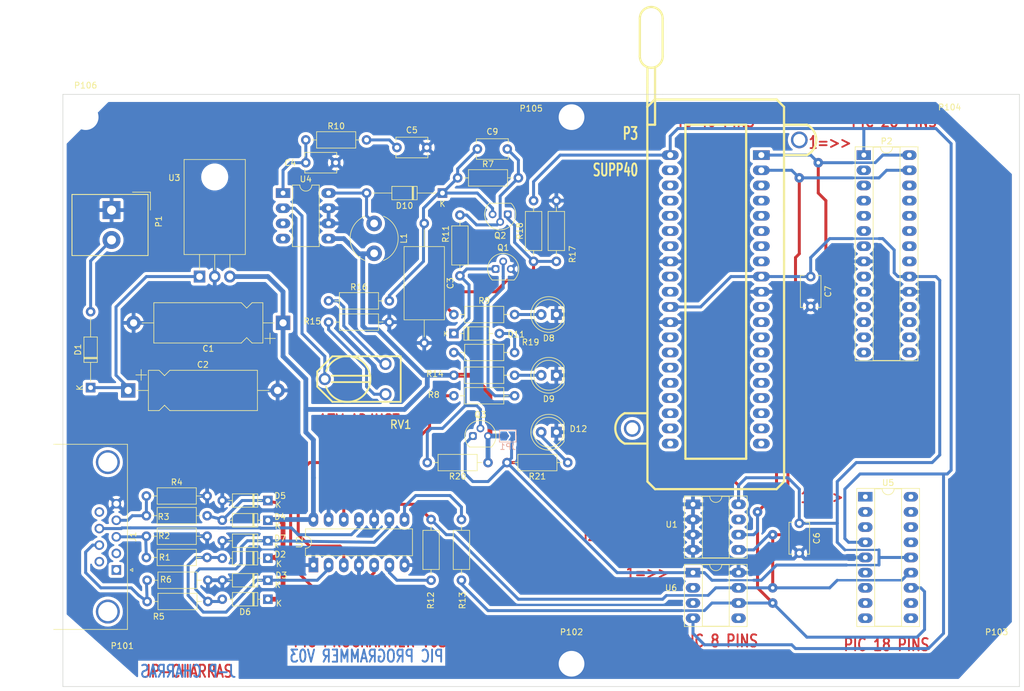
<source format=kicad_pcb>
(kicad_pcb (version 20231007) (generator pcbnew)
  (title_block (title "SERIAL PIC PROGRAMMER"))
  (layers (0 "F.Cu" signal "top_layer") (31 "B.Cu" signal "bottom_layer") (34 "B.Paste" user) (35 "F.Paste" user) (36 "B.SilkS" user "B.Silkscreen") (37 "F.SilkS" user "F.Silkscreen") (38 "B.Mask" user) (39 "F.Mask" user) (44 "Edge.Cuts" user))
  (net 0 "")
  (net 1 "/PC-CLOCK-OUT")
  (net 2 "GND")
  (net 3 "Net-(D1-K)")
  (net 4 "Net-(U4-Vc)")
  (net 5 "Net-(C5-Pad1)")
  (net 6 "Net-(Q2-B)")
  (net 7 "Net-(D1-A)")
  (net 8 "Net-(D2-A)")
  (net 9 "Net-(D4-A)")
  (net 10 "Net-(D6-A)")
  (net 11 "Net-(R12-Pad1)")
  (net 12 "Net-(R13-Pad1)")
  (net 13 "Net-(R15-Pad1)")
  (net 14 "Net-(R16-Pad1)")
  (net 15 "Net-(R8-Pad1)")
  (net 16 "Net-(D8-A)")
  (net 17 "VCC")
  (net 18 "VPP")
  (net 19 "Net-(D9-A)")
  (net 20 "Net-(D10-A)")
  (net 21 "Net-(D11-A)")
  (net 22 "Net-(D11-K)")
  (net 23 "Net-(D12-A)")
  (net 24 "/pic_sockets/VCC_PIC")
  (net 25 "/CLOCK-RB6")
  (net 26 "/DATA-RB7")
  (net 29 "Net-(Q1-B)")
  (net 31 "/PC-DATA-IN")
  (net 32 "/PC-DATA-OUT")
  (net 33 "/VPP_ON")
  (net 34 "Net-(Q2-C)")
  (net 36 "Net-(Q3-B)")
  (net 37 "Net-(U4-FB+)")
  (net 38 "/VPP{slash}MCLR")
  (footprint "Capacitor_THT:CP_Axial_L18.0mm_D6.5mm_P25.00mm_Horizontal" (layer "F.Cu") (at 110.49 78.867 180)
    (property "Reference" "C1")
    (property "Value" "100µF")
  )
  (footprint "Capacitor_THT:CP_Axial_L18.0mm_D6.5mm_P25.00mm_Horizontal" (layer "F.Cu") (at 84.582 90.17)
    (property "Reference" "C2")
    (property "Value" "220uF")
  )
  (footprint "MountingHole:MountingHole_4.3mm_M4" (layer "F.Cu") (at 77.47 135.89)
    (property "Reference" "P101")
    (property "Value" "CONN_1")
  )
  (footprint "MountingHole:MountingHole_4.3mm_M4" (layer "F.Cu") (at 158.75 135.89)
    (property "Reference" "P102")
    (property "Value" "CONN_1")
  )
  (footprint "MountingHole:MountingHole_4.3mm_M4" (layer "F.Cu") (at 229.87 135.89)
    (property "Reference" "P103")
    (property "Value" "CONN_1")
  )
  (footprint "MountingHole:MountingHole_4.3mm_M4" (layer "F.Cu") (at 229.87 44.45)
    (property "Reference" "P104")
    (property "Value" "CONN_1")
  )
  (footprint "MountingHole:MountingHole_4.3mm_M4" (layer "F.Cu") (at 158.75 44.45)
    (property "Reference" "P105")
    (property "Value" "CONN_1")
  )
  (footprint "MountingHole:MountingHole_4.3mm_M4" (layer "F.Cu") (at 77.47 44.45)
    (property "Reference" "P106")
    (property "Value" "CONN_1")
  )
  (footprint "footprints:40tex-Ell600" (layer "F.Cu") (at 175.26 50.8)
    (property "Reference" "P3")
    (property "Value" "SUPP40")
  )
  (footprint "Package_DIP:DIP-8_W7.62mm_Socket_LongPads" (layer "F.Cu") (at 179.07 120.65)
    (property "Reference" "U6")
    (property "Value" "PIC_8_PINS")
  )
  (footprint "Package_DIP:DIP-8_W7.62mm_Socket_LongPads" (layer "F.Cu") (at 179.07 109.22)
    (property "Reference" "U1")
    (property "Value" "24Cxx")
  )
  (footprint "Package_DIP:DIP-8_W7.62mm_LongPads" (layer "F.Cu") (at 110.49 57.15)
    (property "Reference" "U4")
    (property "Value" "LT1373")
  )
  (footprint "Package_DIP:DIP-28_W7.62mm_Socket_LongPads" (layer "F.Cu") (at 207.645 50.8)
    (property "Reference" "P2")
    (property "Value" "SUPP28")
  )
  (footprint "Package_DIP:DIP-18_W7.62mm_Socket_LongPads" (layer "F.Cu") (at 207.899 107.95)
    (property "Reference" "U5")
    (property "Value" "PIC_18_PINS")
  )
  (footprint "Package_DIP:DIP-14_W7.62mm_LongPads" (layer "F.Cu") (at 115.57 119.38 90)
    (property "Reference" "U2")
    (property "Value" "74HC125")
  )
  (footprint "Diode_THT:D_DO-35_SOD27_P7.62mm_Horizontal" (layer "F.Cu") (at 107.95 118.237 180)
    (property "Reference" "D2")
    (property "Value" "BAT43")
  )
  (footprint "Diode_THT:D_DO-35_SOD27_P7.62mm_Horizontal" (layer "F.Cu") (at 107.95 121.92 180)
    (property "Reference" "D3")
    (property "Value" "BAT43")
  )
  (footprint "Diode_THT:D_DO-35_SOD27_P7.62mm_Horizontal" (layer "F.Cu") (at 107.95 111.887 180)
    (property "Reference" "D4")
    (property "Value" "BAT43")
  )
  (footprint "Diode_THT:D_DO-35_SOD27_P7.62mm_Horizontal" (layer "F.Cu") (at 107.95 108.585 180)
    (property "Reference" "D5")
    (property "Value" "BAT43")
  )
  (footprint "Diode_THT:D_DO-35_SOD27_P7.62mm_Horizontal" (layer "F.Cu") (at 139.065 80.645)
    (property "Reference" "D11")
    (property "Value" "BAT43")
  )
  (footprint "Diode_THT:D_DO-35_SOD27_P7.62mm_Horizontal" (layer "F.Cu") (at 107.95 115.316 180)
    (property "Reference" "D7")
    (property "Value" "BAT43")
  )
  (footprint "Diode_THT:D_DO-35_SOD27_P7.62mm_Horizontal" (layer "F.Cu") (at 107.95 125.095 180)
    (property "Reference" "D6")
    (property "Value" "BAT43")
  )
  (footprint "Connector_Dsub:DSUB-9_Female_Horizontal_P2.77x2.84mm_EdgePinOffset7.70mm_Housed_MountingHolesOffset9.12mm" (layer "F.Cu") (at 82.6 120.2 -90)
    (property "Reference" "J1")
    (property "Value" "DB9-FEMAL")
  )
  (footprint "Package_TO_SOT_THT:TO-92" (layer "F.Cu") (at 142.24 97.79)
    (property "Reference" "Q3")
    (property "Value" "BC307")
  )
  (footprint "Package_TO_SOT_THT:TO-92" (layer "F.Cu") (at 148.082 60.706 180)
    (property "Reference" "Q2")
    (property "Value" "BC307")
  )
  (footprint "Package_TO_SOT_THT:TO-92" (layer "F.Cu") (at 146.05 69.85)
    (property "Reference" "Q1")
    (property "Value" "BC237")
  )
  (footprint "Resistor_THT:R_Axial_DIN0207_L6.3mm_D2.5mm_P10.16mm_Horizontal" (layer "F.Cu") (at 152.4 68.58 90)
    (property "Reference" "R18")
    (property "Value" "220")
  )
  (footprint "Resistor_THT:R_Axial_DIN0207_L6.3mm_D2.5mm_P10.16mm_Horizontal" (layer "F.Cu") (at 114.3 48.26)
    (property "Reference" "R10")
    (property "Value" "5,1K")
  )
  (footprint "Resistor_THT:R_Axial_DIN0207_L6.3mm_D2.5mm_P10.16mm_Horizontal" (layer "F.Cu") (at 139.065 77.47)
    (property "Reference" "R9")
    (property "Value" "2.2K")
  )
  (footprint "Resistor_THT:R_Axial_DIN0207_L6.3mm_D2.5mm_P10.16mm_Horizontal" (layer "F.Cu") (at 87.63 118.11)
    (property "Reference" "R1")
    (property "Value" "10K")
  )
  (footprint "Resistor_THT:R_Axial_DIN0207_L6.3mm_D2.5mm_P10.16mm_Horizontal" (layer "F.Cu") (at 87.63 114.554)
    (property "Reference" "R2")
    (property "Value" "10K")
  )
  (footprint "Resistor_THT:R_Axial_DIN0207_L6.3mm_D2.5mm_P10.16mm_Horizontal" (layer "F.Cu") (at 87.63 111.125)
    (property "Reference" "R3")
    (property "Value" "10K")
  )
  (footprint "Resistor_THT:R_Axial_DIN0207_L6.3mm_D2.5mm_P10.16mm_Horizontal" (layer "F.Cu") (at 87.63 107.823)
    (property "Reference" "R4")
    (property "Value" "10K")
  )
  (footprint "Resistor_THT:R_Axial_DIN0207_L6.3mm_D2.5mm_P10.16mm_Horizontal" (layer "F.Cu") (at 87.757 125.476)
    (property "Reference" "R5")
    (property "Value" "10K")
  )
  (footprint "Resistor_THT:R_Axial_DIN0207_L6.3mm_D2.5mm_P10.16mm_Horizontal" (layer "F.Cu") (at 139.7 54.61)
    (property "Reference" "R7")
    (property "Value" "10K")
  )
  (footprint "Resistor_THT:R_Axial_DIN0207_L6.3mm_D2.5mm_P10.16mm_Horizontal" (layer "F.Cu") (at 87.757 121.92)
    (property "Reference" "R6")
    (property "Value" "10K")
  )
  (footprint "Resistor_THT:R_Axial_DIN0207_L6.3mm_D2.5mm_P10.16mm_Horizontal" (layer "F.Cu") (at 158.115 102.235 180)
    (property "Reference" "R21")
    (property "Value" "470")
  )
  (footprint "Resistor_THT:R_Axial_DIN0207_L6.3mm_D2.5mm_P10.16mm_Horizontal" (layer "F.Cu") (at 144.78 102.235 180)
    (property "Reference" "R20")
    (property "Value" "2.2K")
  )
  (footprint "Resistor_THT:R_Axial_DIN0207_L6.3mm_D2.5mm_P10.16mm_Horizontal" (layer "F.Cu") (at 149.225 83.82 180)
    (property "Reference" "R19")
    (property "Value" "2.2K")
  )
  (footprint "Resistor_THT:R_Axial_DIN0207_L6.3mm_D2.5mm_P10.16mm_Horizontal" (layer "F.Cu") (at 156.21 68.58 90)
    (property "Reference" "R17")
    (property "Value" "22K")
  )
  (footprint "Resistor_THT:R_Axial_DIN0207_L6.3mm_D2.5mm_P10.16mm_Horizontal" (layer "F.Cu") (at 118.11 75.184)
    (property "Reference" "R16")
    (property "Value" "62K")
  )
  (footprint "Resistor_THT:R_Axial_DIN0207_L6.3mm_D2.5mm_P10.16mm_Horizontal" (layer "F.Cu") (at 118.11 78.74)
    (property "Reference" "R15")
    (property "Value" "6.2K")
  )
  (footprint "Resistor_THT:R_Axial_DIN0207_L6.3mm_D2.5mm_P10.16mm_Horizontal" (layer "F.Cu") (at 139.065 87.63)
    (property "Reference" "R14")
    (property "Value" "470")
  )
  (footprint "Resistor_THT:R_Axial_DIN0207_L6.3mm_D2.5mm_P10.16mm_Horizontal" (layer "F.Cu") (at 140.335 111.76 -90)
    (property "Reference" "R13")
    (property "Value" "470")
  )
  (footprint "Resistor_THT:R_Axial_DIN0207_L6.3mm_D2.5mm_P10.16mm_Horizontal" (layer "F.Cu") (at 139.065 91.059)
    (property "Reference" "R8")
    (property "Value" "1K")
  )
  (footprint "Resistor_THT:R_Axial_DIN0207_L6.3mm_D2.5mm_P10.16mm_Horizontal" (layer "F.Cu") (at 135.255 121.92 90)
    (property "Reference" "R12")
    (property "Value" "470")
  )
  (footprint "LED_THT:LED_D5.0mm" (layer "F.Cu") (at 156.21 77.47 180)
    (property "Reference" "D8")
    (property "Value" "RED-LED")
  )
  (footprint "LED_THT:LED_D5.0mm" (layer "F.Cu") (at 156.21 87.63 180)
    (property "Reference" "D9")
    (property "Value" "GREEN-LED")
  )
  (footprint "LED_THT:LED_D5.0mm" (layer "F.Cu") (at 156.21 97.155 180)
    (property "Reference" "D12")
    (property "Value" "YELLOW-LED")
  )
  (footprint "Capacitor_THT:C_Disc_D5.1mm_W3.2mm_P5.00mm" (layer "F.Cu") (at 114.3 52.07)
    (property "Reference" "C4")
    (property "Value" "0")
  )
  (footprint "Capacitor_THT:C_Disc_D5.1mm_W3.2mm_P5.00mm" (layer "F.Cu") (at 129.54 49.53)
    (property "Reference" "C5")
    (property "Value" "10nF")
  )
  (footprint "Capacitor_THT:C_Disc_D5.1mm_W3.2mm_P5.00mm" (layer "F.Cu") (at 198.755 71.12 -90)
    (property "Reference" "C7")
    (property "Value" "100nF")
  )
  (footprint "Capacitor_THT:C_Disc_D5.1mm_W3.2mm_P5.00mm" (layer "F.Cu") (at 143.002 49.784)
    (property "Reference" "C9")
    (property "Value" "220nF")
  )
  (footprint "Capacitor_THT:C_Disc_D5.1mm_W3.2mm_P5.00mm" (layer "F.Cu") (at 196.85 112.395 -90)
    (property "Reference" "C6")
    (property "Value" "100nF")
  )
  (footprint "Diode_THT:D_DO-35_SOD27_P12.70mm_Horizontal" (layer "F.Cu") (at 137.16 57.15 180)
    (property "Reference" "D10")
    (property "Value" "SCHOTTKY")
  )
  (footprint "footprints:RV2X4" (layer "F.Cu") (at 127.635 90.805 180)
    (property "Reference" "RV1")
    (property "Value" "1K")
  )
  (footprint "TerminalBlock_Altech:Altech_AK300_1x02_P5.00mm_45-Degree" (layer "F.Cu") (at 81.8 60 -90)
    (property "Reference" "P1")
    (property "Value" "CONN_2")
  )
  (footprint "Package_TO_SOT_THT:TO-220-3_Horizontal_TabDown" (layer "F.Cu") (at 96.52 71.12)
    (property "Reference" "U3")
    (property "Value" "7805")
  )
  (footprint "Resistor_THT:R_Axial_DIN0207_L6.3mm_D2.5mm_P10.16mm_Horizontal" (layer "F.Cu") (at 140.081 70.993 90)
    (property "Reference" "R11")
    (property "Value" "22K")
  )
  (footprint "Capacitor_THT:C_Axial_L12.0mm_D6.5mm_P20.00mm_Horizontal" (layer "F.Cu") (at 134.112 62.23 -90)
    (property "Reference" "C3")
    (property "Value" "22uF/25V")
  )
  (footprint "Inductor_THT:L_Radial_D7.8mm_P5.00mm_Fastron_07HCP" (layer "F.Cu") (at 125.73 62.23 -90)
    (property "Reference" "L1")
    (property "Value" "22uH")
  )
  (footprint "Diode_THT:D_DO-35_SOD27_P12.70mm_Horizontal" (layer "F.Cu") (at 78.3 89.7 90)
    (property "Reference" "D1")
    (property "Value" "1N4004")
  )
  (footprint "Jumper:SolderJumper-2_P1.3mm_Open_TrianglePad1.0x1.5mm" (layer "B.Cu") (at 148.082 97.79)
    (property "Reference" "JP1")
    (property "Value" "JUMPER")
  )
  (gr_line (start 73.66 139.7) (end 73.66 40.64) (stroke (width 0.1)) (layer "Edge.Cuts"))
  (gr_line (start 173.99 40.64) (end 233.68 40.64) (stroke (width 0.1)) (layer "Edge.Cuts"))
  (gr_line (start 73.66 40.64) (end 173.99 40.64) (stroke (width 0.1)) (layer "Edge.Cuts"))
  (gr_line (start 233.68 139.7) (end 73.66 139.7) (stroke (width 0.1)) (layer "Edge.Cuts"))
  (gr_line (start 233.68 40.64) (end 233.68 139.7) (stroke (width 0.1)) (layer "Edge.Cuts"))
  (gr_text "+8/12V" (at 81.5 55.5 0) (layer "F.Cu") (effects (font (size 2.032 1.524) (thickness 0.3048))))
  (gr_text "VCC ON" (at 162.9 99.1 0) (layer "F.Cu") (effects (font (size 2.032 1.524) (thickness 0.3048))))
  (gr_text "JP-CHARRAS" (at 94.615 137.16 0) (layer "F.Cu") (effects (font (size 2.032 1.524) (thickness 0.3048))))
  (gr_text "1=>>" (at 167.64 48.895 0) (layer "F.Cu") (effects (font (size 2.032 1.524) (thickness 0.3048))))
  (gr_text "PWR ON" (at 163.83 88.9 0) (layer "F.Cu") (effects (font (size 2.032 1.524) (thickness 0.3048))))
  (gr_text "PIC PROGRAMMER V03" (at 125.095 132.08 0) (layer "F.Cu") (effects (font (size 2.032 1.524) (thickness 0.3048))))
  (gr_text "1=>>" (at 200.66 107.95 0) (layer "F.Cu") (effects (font (size 2.032 1.524) (thickness 0.3048))))
  (gr_text "PIC 18 PINS" (at 211.455 132.715 0) (layer "F.Cu") (effects (font (size 2.032 1.524) (thickness 0.3048))))
  (gr_text "I2C PROM" (at 166.37 114.3 0) (layer "F.Cu") (effects (font (size 2.032 1.524) (thickness 0.3048))))
  (gr_text "VPP ON" (at 163.195 80.645 0) (layer "F.Cu") (effects (font (size 2.032 1.524) (thickness 0.3048))))
  (gr_text "1=>>" (at 171.45 109.22 0) (layer "F.Cu") (effects (font (size 2.032 1.524) (thickness 0.3048))))
  (gr_text "13V ADJUST" (at 123.19 95.25 0) (layer "F.Cu") (effects (font (size 2.032 1.524) (thickness 0.3048))))
  (gr_text "PIC 8 PINS" (at 183.515 132.08 0) (layer "F.Cu") (effects (font (size 2.032 1.524) (thickness 0.3048))))
  (gr_text "PIC 28 PINS" (at 212.725 45.085 0) (layer "F.Cu") (effects (font (size 2.032 1.524) (thickness 0.3048))))
  (gr_text "1=>>" (at 171.45 120.65 0) (layer "F.Cu") (effects (font (size 2.032 1.524) (thickness 0.3048))))
  (gr_text "PIC 40 PINS" (at 182.245 45.085 0) (layer "F.Cu") (effects (font (size 2.032 1.524) (thickness 0.3048))))
  (gr_text "1=>>" (at 202 48.7 0) (layer "F.Cu") (effects (font (size 2.032 1.524) (thickness 0.3048))))
  (gr_text "J-P CHARRAS" (at 94.615 137.16 0) (layer "B.Cu") (effects (font (size 2.032 1.524) (thickness 0.3048)) (justify mirror)))
  (gr_text "PIC PROGRAMMER V03" (at 124.46 134.62 0) (layer "B.Cu") (effects (font (size 2.032 1.524) (thickness 0.3048)) (justify mirror)))
  (segment (start 85.09 123.19) (end 86.36 124.46) (width 0.5) (layer "B.Cu") (net 1))
  (segment (start 77.47 117.475) (end 77.47 120.65) (width 0.5) (layer "B.Cu") (net 1))
  (segment (start 78.62863 116.045) (end 77.47 117.20363) (width 0.5) (layer "B.Cu") (net 1))
  (segment (start 86.36 124.46) (end 87.757 125.476) (width 0.5) (layer "B.Cu") (net 1))
  (segment (start 80.01 123.19) (end 85.09 123.19) (width 0.5) (layer "B.Cu") (net 1))
  (segment (start 87.757 125.476) (end 87.63 121.92) (width 0.5) (layer "B.Cu") (net 1))
  (segment (start 79.76 116.045) (end 78.62863 116.045) (width 0.5) (layer "B.Cu") (net 1))
  (segment (start 77.47 120.65) (end 80.01 123.19) (width 0.5) (layer "B.Cu") (net 1))
  (segment (start 77.47 117.20363) (end 77.47 117.475) (width 0.5) (layer "B.Cu") (net 1))
  (segment (start 82.55 76.2) (end 87.63 71.12) (width 0.5) (layer "B.Cu") (net 3))
  (segment (start 84.112 89.7) (end 84.582 90.17) (width 0.5) (layer "B.Cu") (net 3))
  (segment (start 84.455 89.535) (end 82.55 87.63) (width 0.5) (layer "B.Cu") (net 3))
  (segment (start 78.3 89.7) (end 84.112 89.7) (width 0.5) (layer "B.Cu") (net 3))
  (segment (start 87.63 71.12) (end 96.52 71.12) (width 0.5) (layer "B.Cu") (net 3))
  (segment (start 82.55 87.63) (end 82.55 76.2) (width 0.5) (layer "B.Cu") (net 3))
  (segment (start 84.455 90.17) (end 84.455 89.535) (width 0.5) (layer "B.Cu") (net 3))
  (segment (start 114.3 48.26) (end 114.3 52.07) (width 0.5) (layer "B.Cu") (net 4))
  (segment (start 110.49 57.15) (end 110.49 53.34) (width 0.5) (layer "B.Cu") (net 4))
  (segment (start 110.49 53.34) (end 111.76 52.07) (width 0.5) (layer "B.Cu") (net 4))
  (segment (start 111.76 52.07) (end 114.3 52.07) (width 0.5) (layer "B.Cu") (net 4))
  (segment (start 124.46 48.26) (end 128.27 48.26) (width 0.5) (layer "B.Cu") (net 5))
  (segment (start 128.27 48.26) (end 129.54 49.53) (width 0.5) (layer "B.Cu") (net 5))
  (segment (start 149.86 51.642) (end 149.86 54.61) (width 0.5) (layer "B.Cu") (net 6))
  (segment (start 141.21237 60.833) (end 142.855369 62.475999) (width 0.5) (layer "B.Cu") (net 6))
  (segment (start 146.312001 62.475999) (end 146.812 61.976) (width 0.5) (layer "B.Cu") (net 6))
  (segment (start 146.812 57.658) (end 149.86 54.61) (width 0.5) (layer "B.Cu") (net 6))
  (segment (start 148.002 49.784) (end 149.86 51.642) (width 0.5) (layer "B.Cu") (net 6))
  (segment (start 146.812 61.976) (end 146.812 57.658) (width 0.5) (layer "B.Cu") (net 6))
  (segment (start 140.081 60.833) (end 141.21237 60.833) (width 0.5) (layer "B.Cu") (net 6))
  (segment (start 142.855369 62.475999) (end 146.312001 62.475999) (width 0.5) (layer "B.Cu") (net 6))
  (segment (start 78.3 68.5) (end 78.3 77) (width 0.5) (layer "B.Cu") (net 7))
  (segment (start 81.8 65) (end 78.3 68.5) (width 0.5) (layer "B.Cu") (net 7))
  (segment (start 106.045 121.92) (end 107.95 121.92) (width 0.5) (layer "B.Cu") (net 8))
  (segment (start 95.885 118.11) (end 94.615 119.38) (width 0.5) (layer "B.Cu") (net 8))
  (segment (start 97.79 118.11) (end 95.885 118.11) (width 0.5) (layer "B.Cu") (net 8))
  (segment (start 107.95 121.92) (end 116.205 121.92) (width 0.5) (layer "B.Cu") (net 8))
  (segment (start 97.155 127.254) (end 100.965 127.254) (width 0.5) (layer "B.Cu") (net 8))
  (segment (start 118.11 120.015) (end 118.11 119.38) (width 0.5) (layer "B.Cu") (net 8))
  (segment (start 94.615 124.46) (end 97.155 127.254) (width 0.5) (layer "B.Cu") (net 8))
  (segment (start 94.615 119.38) (end 94.615 124.46) (width 0.5) (layer "B.Cu") (net 8))
  (segment (start 116.205 121.92) (end 118.11 120.015) (width 0.5) (layer "B.Cu") (net 8))
  (segment (start 100.33 118.11) (end 97.79 118.11) (width 0.5) (layer "B.Cu") (net 8))
  (segment (start 100.965 127.254) (end 106.045 121.92) (width 0.5) (layer "B.Cu") (net 8))
  (segment (start 111.76 119.38) (end 115.57 123.19) (width 0.5) (layer "F.Cu") (net 9))
  (segment (start 125.73 120.65) (end 125.73 119.38) (width 0.5) (layer "F.Cu") (net 9))
  (segment (start 111.76 109.855) (end 111.76 119.38) (width 0.5) (layer "F.Cu") (net 9))
  (segment (start 115.57 123.19) (end 123.19 123.19) (width 0.5) (layer "F.Cu") (net 9))
  (segment (start 107.95 108.712) (end 111.125 109.22) (width 0.5) (layer "F.Cu") (net 9))
  (segment (start 111.125 109.22) (end 111.76 109.855) (width 0.5) (layer "F.Cu") (net 9))
  (segment (start 123.19 123.19) (end 125.73 120.65) (width 0.5) (layer "F.Cu") (net 9))
  (segment (start 107.95 108.585) (end 103.632 108.585) (width 0.5) (layer "B.Cu") (net 9))
  (segment (start 100.33 111.76) (end 97.79 111.125) (width 0.5) (layer "B.Cu") (net 9))
  (segment (start 103.632 108.585) (end 100.33 111.887) (width 0.5) (layer "B.Cu") (net 9))
  (segment (start 99.949 125.476) (end 100.33 125.095) (width 0.5) (layer "B.Cu") (net 10))
  (segment (start 95.885 123.444) (end 97.917 125.476) (width 0.5) (layer "B.Cu") (net 10))
  (segment (start 102.616 120.015) (end 103.505 119.126) (width 0.5) (layer "B.Cu") (net 10))
  (segment (start 97.917 125.476) (end 99.949 125.476) (width 0.5) (layer "B.Cu") (net 10))
  (segment (start 128.27 111.76) (end 128.27 113.03) (width 0.5) (layer "B.Cu") (net 10))
  (segment (start 96.52 120.015) (end 102.616 120.015) (width 0.5) (layer "B.Cu") (net 10))
  (segment (start 95.885 122.555) (end 95.885 123.444) (width 0.5) (layer "B.Cu") (net 10))
  (segment (start 103.505 116.332) (end 104.521 115.316) (width 0.5) (layer "B.Cu") (net 10))
  (segment (start 128.27 113.03) (end 125.73 115.57) (width 0.5) (layer "B.Cu") (net 10))
  (segment (start 104.521 115.316) (end 107.95 115.316) (width 0.5) (layer "B.Cu") (net 10))
  (segment (start 107.95 115.316) (end 125.73 115.57) (width 0.5) (layer "B.Cu") (net 10))
  (segment (start 95.885 120.65) (end 96.52 120.015) (width 0.5) (layer "B.Cu") (net 10))
  (segment (start 103.505 119.126) (end 103.505 116.332) (width 0.5) (layer "B.Cu") (net 10))
  (segment (start 95.885 122.555) (end 95.885 120.65) (width 0.5) (layer "B.Cu") (net 10))
  (segment (start 128.27 119.38) (end 128.27 120.65) (width 0.5) (layer "B.Cu") (net 11))
  (segment (start 128.27 120.65) (end 129.54 121.92) (width 0.5) (layer "B.Cu") (net 11))
  (segment (start 129.54 121.92) (end 135.255 121.92) (width 0.5) (layer "B.Cu") (net 11))
  (segment (start 130.81 109.6264) (end 132.6896 107.7468) (width 0.5) (layer "B.Cu") (net 12))
  (segment (start 132.6896 107.7468) (end 138.4046 107.7468) (width 0.5) (layer "B.Cu") (net 12))
  (segment (start 138.4046 107.7468) (end 140.335 109.6772) (width 0.5) (layer "B.Cu") (net 12))
  (segment (start 140.335 109.6772) (end 140.335 111.76) (width 0.5) (layer "B.Cu") (net 12))
  (segment (start 130.81 111.76) (end 130.81 109.6264) (width 0.5) (layer "B.Cu") (net 12))
  (segment (start 118.11 80.01) (end 124.46 86.36) (width 0.5) (layer "B.Cu") (net 13))
  (segment (start 124.46 86.36) (end 124.46 89.535) (width 0.5) (layer "B.Cu") (net 13))
  (segment (start 125.73 90.805) (end 127.635 90.805) (width 0.5) (layer "B.Cu") (net 13))
  (segment (start 118.11 78.74) (end 118.11 80.01) (width 0.5) (layer "B.Cu") (net 13))
  (segment (start 124.46 89.535) (end 125.73 90.805) (width 0.5) (layer "B.Cu") (net 13))
  (segment (start 119.634 75.184) (end 120.65 76.2) (width 0.5) (layer "B.Cu") (net 14))
  (segment (start 120.65 79.375) (end 127 85.725) (width 0.5) (layer "B.Cu") (net 14))
  (segment (start 127 85.725) (end 127.635 85.725) (width 0.5) (layer "B.Cu") (net 14))
  (segment (start 118.11 75.184) (end 119.634 75.184) (width 0.5) (layer "B.Cu") (net 14))
  (segment (start 120.65 76.2) (end 120.65 79.375) (width 0.5) (layer "B.Cu") (net 14))
  (segment (start 135.001 96.266) (end 135.001 92.456) (width 0.5) (layer "F.Cu") (net 15))
  (segment (start 120.015 116.205) (end 114.935 116.205) (width 0.5) (layer "F.Cu") (net 15))
  (segment (start 114.935 102.235) (end 129.032 102.235) (width 0.5) (layer "F.Cu") (net 15))
  (segment (start 129.032 102.235) (end 135.001 96.266) (width 0.5) (layer "F.Cu") (net 15))
  (segment (start 136.398 91.059) (end 139.065 91.059) (width 0.5) (layer "F.Cu") (net 15))
  (segment (start 135.001 92.456) (end 136.398 91.059) (width 0.5) (layer "F.Cu") (net 15))
  (segment (start 113.03 104.14) (end 114.935 102.235) (width 0.5) (layer "F.Cu") (net 15))
  (segment (start 113.03 114.3) (end 113.03 104.14) (width 0.5) (layer "F.Cu") (net 15))
  (segment (start 120.65 116.84) (end 120.015 116.205) (width 0.5) (layer "F.Cu") (net 15))
  (segment (start 114.935 116.205) (end 113.03 114.3) (width 0.5) (layer "F.Cu") (net 15))
  (segment (start 120.65 119.38) (end 120.65 116.84) (width 0.5) (layer "F.Cu") (net 15))
  (segment (start 153.67 77.47) (end 149.225 77.47) (width 0.5) (layer "B.Cu") (net 16))
  (segment (start 110.49 124.155) (end 110.49 119.38) (width 0.8) (layer "F.Cu") (net 17))
  (segment (start 145.1 97.47) (end 144.78 97.79) (width 0.8) (layer "F.Cu") (net 17))
  (segment (start 141.986 87.63) (end 145.1 90.744) (width 0.8) (layer "F.Cu") (net 17))
  (segment (start 109.55 125.095) (end 110.49 124.155) (width 0.8) (layer "F.Cu") (net 17))
  (segment (start 145.1 90.744) (end 145.1 97.47) (width 0.8) (layer "F.Cu") (net 17))
  (segment (start 110.49 119.38) (end 109.22 118.11) (width 0.8) (layer "F.Cu") (net 17))
  (segment (start 107.95 125.095) (end 109.55 125.095) (width 0.8) (layer "F.Cu") (net 17))
  (segment (start 109.22 118.11) (end 107.95 118.11) (width 0.8) (layer "F.Cu") (net 17))
  (segment (start 109.855 111.76) (end 110.49 112.395) (width 0.8) (layer "F.Cu") (net 17))
  (segment (start 110.49 112.395) (end 110.49 116.84) (width 0.8) (layer "F.Cu") (net 17))
  (segment (start 107.95 111.76) (end 109.855 111.76) (width 0.8) (layer "F.Cu") (net 17))
  (segment (start 139.065 87.63) (end 141.986 87.63) (width 0.8) (layer "F.Cu") (net 17))
  (segment (start 110.49 116.84) (end 109.22 118.11) (width 0.8) (layer "F.Cu") (net 17))
  (segment (start 144.78 97.79) (end 144.78 97.917) (width 0.8) (layer "B.Cu") (net 17))
  (segment (start 124.46 80.01) (end 123.825 79.375) (width 0.8) (layer "B.Cu") (net 17))
  (segment (start 134.62 87.63) (end 133.985 87.63) (width 0.8) (layer "B.Cu") (net 17))
  (segment (start 107.95 111.76) (end 115.57 111.76) (width 0.8) (layer "B.Cu") (net 17))
  (segment (start 114.3 88.265) (end 114.3 93.345) (width 0.8) (layer "B.Cu") (net 17))
  (segment (start 110.49 78.74) (end 110.49 73.66) (width 0.8) (layer "B.Cu") (net 17))
  (segment (start 110.49 73.66) (end 107.95 71.12) (width 0.8) (layer "B.Cu") (net 17))
  (segment (start 123.825 67.31) (end 123.19 67.31) (width 0.8) (layer "B.Cu") (net 17))
  (segment (start 130.81 93.345) (end 134.62 89.535) (width 0.8) (layer "B.Cu") (net 17))
  (segment (start 147.447 97.79) (end 144.78 97.79) (width 0.8) (layer "B.Cu") (net 17))
  (segment (start 114.3 93.345) (end 114.3 97.155) (width 0.8) (layer "B.Cu") (net 17))
  (segment (start 115.57 111.76) (end 115.57 104.775) (width 0.8) (layer "B.Cu") (net 17))
  (segment (start 123.825 79.375) (end 123.825 67.31) (width 0.8) (layer "B.Cu") (net 17))
  (segment (start 110.49 84.455) (end 114.3 88.265) (width 0.8) (layer "B.Cu") (net 17))
  (segment (start 125.73 67.31) (end 123.825 67.31) (width 0.8) (layer "B.Cu") (net 17))
  (segment (start 133.985 87.63) (end 126.365 80.01) (width 0.8) (layer "B.Cu") (net 17))
  (segment (start 118.11 64.77) (end 120.65 64.77) (width 0.8) (layer "B.Cu") (net 17))
  (segment (start 115.57 98.425) (end 115.57 104.775) (width 0.8) (layer "B.Cu") (net 17))
  (segment (start 126.365 80.01) (end 124.46 80.01) (width 0.8) (layer "B.Cu") (net 17))
  (segment (start 114.3 97.155) (end 115.57 98.425) (width 0.8) (layer "B.Cu") (net 17))
  (segment (start 114.3 93.345) (end 130.81 93.345) (width 0.8) (layer "B.Cu") (net 17))
  (segment (start 139.065 87.63) (end 134.62 87.63) (width 0.8) (layer "B.Cu") (net 17))
  (segment (start 110.49 78.74) (end 110.49 84.455) (width 0.8) (layer "B.Cu") (net 17))
  (segment (start 123.19 67.31) (end 120.65 64.77) (width 0.8) (layer "B.Cu") (net 17))
  (segment (start 134.62 89.535) (end 134.62 87.63) (width 0.8) (layer "B.Cu") (net 17))
  (segment (start 101.6 71.12) (end 107.95 71.12) (width 0.8) (layer "B.Cu") (net 17))
  (segment (start 144.78 102.235) (end 144.78 97.917) (width 0.8) (layer "B.Cu") (net 17))
  (segment (start 139.7 54.61) (end 139.7 53.086) (width 0.5) (layer "B.Cu") (net 18))
  (segment (start 145.542 59.706) (end 142.986 57.15) (width 0.5) (layer "B.Cu") (net 18))
  (segment (start 137.16 57.15) (end 142.748 57.15) (width 0.5) (layer "B.Cu") (net 18))
  (segment (start 136.525 57.15) (end 137.16 57.15) (width 0.5) (layer "B.Cu") (net 18))
  (segment (start 133.985 68.58) (end 128.27 74.295) (width 0.5) (layer "B.Cu") (net 18))
  (segment (start 142.986 57.15) (end 142.748 57.15) (width 0.5) (layer "B.Cu") (net 18))
  (segment (start 139.7 53.086) (end 143.002 49.784) (width 0.5) (layer "B.Cu") (net 18))
  (segment (start 136.525 57.15) (end 133.985 59.69) (width 0.5) (layer "B.Cu") (net 18))
  (segment (start 133.985 62.23) (end 133.985 68.58) (width 0.5) (layer "B.Cu") (net 18))
  (segment (start 137.16 57.15) (end 139.7 54.61) (width 0.5) (layer "B.Cu") (net 18))
  (segment (start 145.542 60.706) (end 145.542 59.706) (width 0.5) (layer "B.Cu") (net 18))
  (segment (start 133.985 62.23) (end 133.985 59.69) (width 0.5) (layer "B.Cu") (net 18))
  (segment (start 128.27 74.295) (end 128.27 75.184) (width 0.5) (layer "B.Cu") (net 18))
  (segment (start 153.67 87.63) (end 149.225 87.63) (width 0.5) (layer "B.Cu") (net 19))
  (segment (start 118.11 57.15) (end 124.46 57.15) (width 0.5) (layer "B.Cu") (net 20))
  (segment (start 124.46 60.96) (end 125.73 62.23) (width 0.5) (layer "B.Cu") (net 20))
  (segment (start 124.46 57.15) (end 124.46 60.96) (width 0.5) (layer "B.Cu") (net 20))
  (segment (start 146.685 80.645) (end 148.59 80.645) (width 0.5) (layer "B.Cu") (net 21))
  (segment (start 148.59 80.645) (end 149.225 81.28) (width 0.5) (layer "B.Cu") (net 21))
  (segment (start 149.225 81.28) (end 149.225 83.82) (width 0.5) (layer "B.Cu") (net 21))
  (segment (start 141.605 72.517) (end 140.081 70.993) (width 0.5) (layer "B.Cu") (net 22))
  (segment (start 141.605 78.105) (end 141.605 72.517) (width 0.5) (layer "B.Cu") (net 22))
  (segment (start 141.224 69.85) (end 146.05 69.85) (width 0.5) (layer "B.Cu") (net 22))
  (segment (start 140.081 70.993) (end 141.224 69.85) (width 0.5) (layer "B.Cu") (net 22))
  (segment (start 139.065 80.645) (end 141.605 78.105) (width 0.5) (layer "B.Cu") (net 22))
  (segment (start 153.67 97.155) (end 153.67 97.79) (width 0.5) (layer "B.Cu") (net 23))
  (segment (start 153.67 97.79) (end 158.115 102.235) (width 0.5) (layer "B.Cu") (net 23))
  (segment (start 154.305 104.775) (end 151.765 102.235) (width 0.5) (layer "F.Cu") (net 24))
  (segment (start 151.765 102.235) (end 147.955 102.235) (width 0.5) (layer "F.Cu") (net 24))
  (segment (start 185.42 104.775) (end 186.69 106.045) (width 0.5) (layer "F.Cu") (net 24))
  (segment (start 186.69 109.22) (end 186.69 106.045) (width 0.5) (layer "F.Cu") (net 24))
  (segment (start 170.18 104.775) (end 154.305 104.775) (width 0.5) (layer "F.Cu") (net 24))
  (segment (start 170.18 104.775) (end 185.42 104.775) (width 0.5) (layer "F.Cu") (net 24))
  (segment (start 184.7 121.92) (end 189.23 121.92) (width 0.35) (layer "B.Cu") (net 24))
  (segment (start 204.47 116.84) (end 210.185 116.84) (width 0.35) (layer "B.Cu") (net 24))
  (segment (start 148.717 101.473) (end 147.955 102.235) (width 0.5) (layer "B.Cu") (net 24))
  (segment (start 148.717 99.314) (end 148.717 101.473) (width 0.5) (layer "B.Cu") (net 24))
  (segment (start 206.375 102.235) (end 219.075 102.235) (width 0.5) (layer "B.Cu") (net 24))
  (segment (start 212.725 70.485) (end 213.36 71.12) (width 0.5) (layer "B.Cu") (net 24))
  (segment (start 148.807 99.224) (end 148.717 99.314) (width 0.5) (layer "B.Cu") (net 24))
  (segment (start 212.725 66.675) (end 212.725 70.485) (width 0.5) (layer "B.Cu") (net 24))
  (segment (start 204.724 119.38) (end 193.04 119.38) (width 0.5) (layer "B.Cu") (net 24))
  (segment (start 210.185 118.11) (end 210.185 116.84) (width 0.5) (layer "B.Cu") (net 24))
  (segment (start 220.345 71.755) (end 219.71 71.12) (width 0.5) (layer "B.Cu") (net 24))
  (segment (start 220.345 100.965) (end 220.345 71.755) (width 0.5) (layer "B.Cu") (net 24))
  (segment (start 204.73401 119.39001) (end 204.724 119.38) (width 0.5) (layer "B.Cu") (net 24))
  (segment (start 148.807 97.79) (end 148.807 99.224) (width 0.5) (layer "B.Cu") (net 24))
  (segment (start 179.07 120.65) (end 166.37 120.65) (width 0.5) (layer "B.Cu") (net 24))
  (segment (start 190.5 71.12) (end 198.755 71.12) (width 0.5) (layer "B.Cu") (net 24))
  (segment (start 186.69 106.045) (end 187.96 104.775) (width 0.5) (layer "B.Cu") (net 24))
  (segment (start 196.85 112.395) (end 196.85 106.68) (width 0.5) (layer "B.Cu") (net 24))
  (segment (start 166.37 120.65) (end 147.955 102.235) (width 0.5) (layer "B.Cu") (net 24))
  (segment (start 142.24 105.41) (end 144.78 105.41) (width 0.5) (layer "B.Cu") (net 24))
  (segment (start 193.04 119.38) (end 190.5 121.92) (width 0.5) (layer "B.Cu") (net 24))
  (segment (start 198.755 67.945) (end 201.93 64.77) (width 0.5) (layer "B.Cu") (net 24))
  (segment (start 182.245 121.92) (end 184.7 121.92) (width 0.5) (layer "B.Cu") (net 24))
  (segment (start 213.36 71.12) (end 215.265 71.12) (width 0.5) (layer "B.Cu") (net 24))
  (segment (start 196.85 106.68) (end 194.945 104.775) (width 0.5) (layer "B.Cu") (net 24))
  (segment (start 208.839207 119.38) (end 208.829197 119.39001) (width 0.4) (layer "B.Cu") (net 24))
  (segment (start 140.97 99.06) (end 142.24 97.79) (width 0.5) (layer "B.Cu") (net 24))
  (segment (start 140.97 99.06) (end 140.97 104.14) (width 0.5) (layer "B.Cu") (net 24))
  (segment (start 203.2 105.41) (end 206.375 102.235) (width 0.5) (layer "B.Cu") (net 24))
  (segment (start 203.2 105.41) (end 203.2 112.395) (width 0.5) (layer "B.Cu") (net 24))
  (segment (start 210.185 64.77) (end 210.82 64.77) (width 0.5) (layer "B.Cu") (net 24))
  (segment (start 180.34 76.2) (end 185.42 71.12) (width 0.5) (layer "B.Cu") (net 24))
  (segment (start 219.075 102.235) (end 220.345 100.965) (width 0.5) (layer "B.Cu") (net 24))
  (segment (start 208.829197 119.39001) (end 204.73401 119.39001) (width 0.4) (layer "B.Cu") (net 24))
  (segment (start 203.2 112.395) (end 203.2 115.57) (width 0.5) (layer "B.Cu") (net 24))
  (segment (start 187.96 104.775) (end 194.945 104.775) (width 0.5) (layer "B.Cu") (net 24))
  (segment (start 210.185 119.38) (end 210.185 118.11) (width 0.5) (layer "B.Cu") (net 24))
  (segment (start 140.97 104.14) (end 142.24 105.41) (width 0.5) (layer "B.Cu") (net 24))
  (segment (start 198.755 71.12) (end 198.755 67.945) (width 0.5) (layer "B.Cu") (net 24))
  (segment (start 175.26 76.2) (end 180.34 76.2) (width 0.5) (layer "B.Cu") (net 24))
  (segment (start 210.82 64.77) (end 212.725 66.675) (width 0.5) (layer "B.Cu") (net 24))
  (segment (start 210.185 118.11) (end 215.265 118.11) (width 0.5) (layer "B.Cu") (net 24))
  (segment (start 205.74 64.77) (end 210.185 64.77) (width 0.4) (layer "B.Cu") (net 24))
  (segment (start 190.5 121.92) (end 189.23 121.92) (width 0.5) (layer "B.Cu") (net 24))
  (segment (start 186.69 109.22) (end 186.69 106.045) (width 0.5) (layer "B.Cu") (net 24))
  (segment (start 196.85 112.395) (end 203.2 112.395) (width 0.5) (layer "B.Cu") (net 24))
  (segment (start 210.185 119.38) (end 208.839207 119.38) (width 0.4) (layer "B.Cu") (net 24))
  (segment (start 201.93 64.77) (end 205.74 64.77) (width 0.5) (layer "B.Cu") (net 24))
  (segment (start 144.78 105.41) (end 147.955 102.235) (width 0.5) (layer "B.Cu") (net 24))
  (segment (start 203.2 115.57) (end 204.47 116.84) (width 0.5) (layer "B.Cu") (net 24))
  (segment (start 185.42 71.12) (end 190.5 71.12) (width 0.5) (layer "B.Cu") (net 24))
  (segment (start 179.07 120.65) (end 180.975 120.65) (width 0.5) (layer "B.Cu") (net 24))
  (segment (start 180.975 120.65) (end 182.245 121.92) (width 0.5) (layer "B.Cu") (net 24))
  (segment (start 219.71 71.12) (end 215.265 71.12) (width 0.5) (layer "B.Cu") (net 24))
  (segment (start 189.865 123.19) (end 192.405 125.73) (width 0.5) (layer "F.Cu") (net 25))
  (segment (start 193.04 75.565) (end 196.215 72.39) (width 0.5) (layer "F.Cu") (net 25))
  (segment (start 196.85 67.31) (end 196.85 54.61) (width 0.5) (layer "F.Cu") (net 25))
  (segment (start 196.215 72.39) (end 196.215 67.945) (width 0.5) (layer "F.Cu") (net 25))
  (segment (start 193.04 107.315) (end 189.865 110.49) (width 0.5) (layer "F.Cu") (net 25))
  (segment (start 189.865 110.49) (end 189.865 123.19) (width 0.5) (layer "F.Cu") (net 25))
  (segment (start 196.215 67.945) (end 196.85 67.31) (width 0.5) (layer "F.Cu") (net 25))
  (segment (start 193.04 107.315) (end 193.04 75.565) (width 0.5) (layer "F.Cu") (net 25))
  (via (at 189.865 110.49) (size 1.6) (drill 0.6) (layers "F.Cu" "B.Cu") (net 25))
  (via (at 192.405 125.73) (size 1.6) (drill 0.6) (layers "F.Cu" "B.Cu") (net 25))
  (via (at 196.85 54.61) (size 1.6) (drill 0.6) (layers "F.Cu" "B.Cu") (net 25))
  (segment (start 182.245 125.73) (end 186.69 125.73) (width 0.5) (layer "B.Cu") (net 25))
  (segment (start 195.58 53.34) (end 196.85 54.61) (width 0.5) (layer "B.Cu") (net 25))
  (segment (start 190.5 53.34) (end 195.58 53.34) (width 0.5) (layer "B.Cu") (net 25))
  (segment (start 216.535 131.445) (end 217.805 130.175) (width 0.5) (layer "B.Cu") (net 25))
  (segment (start 211.455 53.34) (end 215.265 53.34) (width 0.5) (layer "B.Cu") (net 25))
  (segment (start 189.23 114.3) (end 186.69 114.3) (width 0.5) (layer "B.Cu") (net 25))
  (segment (start 182.245 125.73) (end 180.975 127) (width 0.5) (layer "B.Cu") (net 25))
  (segment (start 205.74 54.61) (end 208.915 54.61) (width 0.4318) (layer "B.Cu") (net 25))
  (segment (start 211.455 53.34) (end 210.185 54.61) (width 0.5) (layer "B.Cu") (net 25))
  (segment (start 140.335 122.555) (end 144.78 127) (width 0.5) (layer "B.Cu") (net 25))
  (segment (start 210.185 54.61) (end 208.915 54.61) (width 0.5) (layer "B.Cu") (net 25))
  (segment (start 217.805 123.825) (end 217.17 123.19) (width 0.5) (layer "B.Cu") (net 25))
  (segment (start 196.85 54.61) (end 205.74 54.61) (width 0.5) (layer "B.Cu") (net 25))
  (segment (start 140.335 121.92) (end 140.335 122.555) (width 0.5) (layer "B.Cu") (net 25))
  (segment (start 217.17 123.19) (end 215.265 123.19) (width 0.5) (layer "B.Cu") (net 25))
  (segment (start 144.78 127) (end 177.165 127) (width 0.5) (layer "B.Cu") (net 25))
  (segment (start 189.865 110.49) (end 189.865 113.665) (width 0.5) (layer "B.Cu") (net 25))
  (segment (start 217.805 130.175) (end 217.805 123.825) (width 0.5) (layer "B.Cu") (net 25))
  (segment (start 192.405 125.73) (end 198.12 131.445) (width 0.5) (layer "B.Cu") (net 25))
  (segment (start 198.12 131.445) (end 216.535 131.445) (width 0.5) (layer "B.Cu") (net 25))
  (segment (start 186.69 125.73) (end 192.405 125.73) (width 0.5) (layer "B.Cu") (net 25))
  (segment (start 189.865 113.665) (end 189.23 114.3) (width 0.5) (layer "B.Cu") (net 25))
  (segment (start 177.165 127) (end 180.975 127) (width 0.4318) (layer "B.Cu") (net 25))
  (segment (start 201.295 85.09) (end 194.945 91.44) (width 0.5) (layer "F.Cu") (net 26))
  (segment (start 194.945 91.44) (end 194.945 113.665) (width 0.5) (layer "F.Cu") (net 26))
  (segment (start 200.025 57.15) (end 200.025 52.07) (width 0.5) (layer "F.Cu") (net 26))
  (segment (start 201.295 58.42) (end 201.295 85.09) (width 0.5) (layer "F.Cu") (net 26))
  (segment (start 120.65 109.855) (end 121.285 109.22) (width 0.5) (layer "F.Cu") (net 26))
  (segment (start 192.405 114.3) (end 192.405 123.19) (width 0.5) (layer "F.Cu") (net 26))
  (segment (start 120.65 111.76) (end 120.65 109.855) (width 0.5) (layer "F.Cu") (net 26))
  (segment (start 194.945 113.665) (end 194.31 114.3) (width 0.5) (layer "F.Cu") (net 26))
  (segment (start 132.715 109.22) (end 135.255 111.76) (width 0.5) (layer "F.Cu") (net 26))
  (segment (start 194.31 114.3) (end 192.405 114.3) (width 0.5) (layer "F.Cu") (net 26))
  (segment (start 200.025 57.15) (end 201.295 58.42) (width 0.5) (layer "F.Cu") (net 26))
  (segment (start 121.285 109.22) (end 132.715 109.22) (width 0.5) (layer "F.Cu") (net 26))
  (via (at 200.025 52.07) (size 1.6) (drill 0.6) (layers "F.Cu" "B.Cu") (net 26))
  (via (at 192.405 123.19) (size 1.6) (drill 0.6) (layers "F.Cu" "B.Cu") (net 26))
  (via (at 192.405 114.3) (size 1.6) (drill 0.6) (layers "F.Cu" "B.Cu") (net 26))
  (segment (start 215.265 50.8) (end 210.82 50.8) (width 0.5) (layer "B.Cu") (net 26))
  (segment (start 209.55 52.07) (end 210.82 50.8) (width 0.5) (layer "B.Cu") (net 26))
  (segment (start 203.2 121.92) (end 213.995 121.92) (width 0.4) (layer "B.Cu") (net 26))
  (segment (start 201.93 123.19) (end 203.2 121.92) (width 0.5) (layer "B.Cu") (net 26))
  (segment (start 173.99 125.095) (end 174.625 124.46) (width 0.5) (layer "B.Cu") (net 26))
  (segment (start 181.61 124.46) (end 182.88 123.19) (width 0.5) (layer "B.Cu") (net 26))
  (segment (start 135.255 111.76) (end 137.795 114.3) (width 0.5) (layer "B.Cu") (net 26))
  (segment (start 205.74 52.07) (end 209.55 52.07) (width 0.4318) (layer "B.Cu") (net 26))
  (segment (start 200.025 52.07) (end 205.74 52.07) (width 0.5) (layer "B.Cu") (net 26))
  (segment (start 189.23 116.84) (end 186.69 116.84) (width 0.5) (layer "B.Cu") (net 26))
  (segment (start 182.88 123.19) (end 186.69 123.19) (width 0.5) (layer "B.Cu") (net 26))
  (segment (start 192.405 114.3) (end 191.77 114.3) (width 0.5) (layer "B.Cu") (net 26))
  (segment (start 186.69 123.19) (end 192.405 123.19) (width 0.5) (layer "B.Cu") (net 26))
  (segment (start 192.405 123.19) (end 201.93 123.19) (width 0.5) (layer "B.Cu") (net 26))
  (segment (start 198.755 50.8) (end 200.025 52.07) (width 0.5) (layer "B.Cu") (net 26))
  (segment (start 190.5 50.8) (end 198.755 50.8) (width 0.5) (layer "B.Cu") (net 26))
  (segment (start 139.065 114.3) (end 149.86 125.095) (width 0.5) (layer "B.Cu") (net 26))
  (segment (start 149.86 125.095) (end 173.99 125.095) (width 0.5) (layer "B.Cu") (net 26))
  (segment (start 174.625 124.46) (end 181.61 124.46) (width 0.4318) (layer "B.Cu") (net 26))
  (segment (start 213.995 121.92) (end 215.265 120.65) (width 0.5) (layer "B.Cu") (net 26))
  (segment (start 191.77 114.3) (end 189.23 116.84) (width 0.5) (layer "B.Cu") (net 26))
  (segment (start 137.795 114.3) (end 139.065 114.3) (width 0.5) (layer "B.Cu") (net 26))
  (segment (start 145.923 91.059) (end 144.78 89.916) (width 0.5) (layer "B.Cu") (net 29))
  (segment (start 147.32 71.12) (end 147.32 68.58) (width 0.5) (layer "B.Cu") (net 29))
  (segment (start 147.32 73.025) (end 147.32 71.12) (width 0.5) (layer "B.Cu") (net 29))
  (segment (start 144.78 89.916) (end 144.78 75.565) (width 0.5) (layer "B.Cu") (net 29))
  (segment (start 144.78 75.565) (end 147.32 73.025) (width 0.5) (layer "B.Cu") (net 29))
  (segment (start 149.225 91.059) (end 145.923 91.059) (width 0.5) (layer "B.Cu") (net 29))
  (segment (start 123.19 113.03) (end 123.19 111.76) (width 0.5) (layer "B.Cu") (net 31))
  (segment (start 121.92 114.3) (end 123.19 113.03) (width 0.5) (layer "B.Cu") (net 31))
  (segment (start 84.963 113.157) (end 99.675998 113.157) (width 0.5) (layer "B.Cu") (net 31))
  (segment (start 106.665998 113.157) (end 106.725999 113.217001) (width 0.5) (layer "B.Cu") (net 31))
  (segment (start 106.725999 113.217001) (end 109.174001 113.217001) (width 0.5) (layer "B.Cu") (net 31))
  (segment (start 113.03 114.3) (end 121.92 114.3) (width 0.5) (layer "B.Cu") (net 31))
  (segment (start 100.984002 113.157) (end 106.665998 113.157) (width 0.5) (layer "B.Cu") (net 31))
  (segment (start 83.543 113.157) (end 83.425 113.275) (width 0.5) (layer "B.Cu") (net 31))
  (segment (start 84.963 113.157) (end 83.543 113.157) (width 0.5) (layer "B.Cu") (net 31))
  (segment (start 109.174001 113.217001) (end 109.234002 113.157) (width 0.5) (layer "B.Cu") (net 31))
  (segment (start 109.234002 113.157) (end 111.887 113.157) (width 0.5) (layer "B.Cu") (net 31))
  (segment (start 100.954001 113.187001) (end 100.984002 113.157) (width 0.5) (layer "B.Cu") (net 31))
  (segment (start 99.705999 113.187001) (end 100.954001 113.187001) (width 0.5) (layer "B.Cu") (net 31))
  (segment (start 99.675998 113.157) (end 99.705999 113.187001) (width 0.5) (layer "B.Cu") (net 31))
  (segment (start 111.887 113.157) (end 113.03 114.3) (width 0.5) (layer "B.Cu") (net 31))
  (segment (start 83.425 113.275) (end 79.76 113.275) (width 0.5) (layer "B.Cu") (net 31))
  (segment (start 84.51237 111.89) (end 82.6 111.89) (width 0.5) (layer "B.Cu") (net 32))
  (segment (start 85.27737 111.125) (end 84.51237 111.89) (width 0.5) (layer "B.Cu") (net 32))
  (segment (start 87.63 111.125) (end 85.27737 111.125) (width 0.5) (layer "B.Cu") (net 32))
  (segment (start 87.63 111.125) (end 87.63 107.823) (width 0.5) (layer "B.Cu") (net 32))
  (segment (start 82.6 114.66) (end 87.524 114.66) (width 0.5) (layer "B.Cu") (net 33))
  (segment (start 87.524 114.66) (end 87.63 114.554) (width 0.5) (layer "B.Cu") (net 33))
  (segment (start 87.63 118.11) (end 87.503 114.554) (width 0.5) (layer "B.Cu") (net 33))
  (segment (start 150.495 71.755) (end 152.4 69.85) (width 0.5) (layer "F.Cu") (net 34))
  (segment (start 139.065 73.66) (end 146.05 73.66) (width 0.5) (layer "F.Cu") (net 34))
  (segment (start 137.795 74.93) (end 137.795 76.2) (width 0.5) (layer "F.Cu") (net 34))
  (segment (start 146.05 73.66) (end 147.955 71.755) (width 0.5) (layer "F.Cu") (net 34))
  (segment (start 147.955 71.755) (end 150.495 71.755) (width 0.5) (layer "F.Cu") (net 34))
  (segment (start 137.795 74.93) (end 139.065 73.66) (width 0.5) (layer "F.Cu") (net 34))
  (segment (start 152.4 68.58) (end 152.4 69.85) (width 0.5) (layer "F.Cu") (net 34))
  (segment (start 137.795 76.2) (end 139.065 77.47) (width 0.5) (layer "F.Cu") (net 34))
  (segment (start 152.4 68.58) (end 156.21 68.58) (width 0.5) (layer "B.Cu") (net 34))
  (segment (start 149.225 62.556106) (end 149.225 65.405) (width 0.5) (layer "B.Cu") (net 34))
  (segment (start 148.082 61.413106) (end 149.225 62.556106) (width 0.5) (layer "B.Cu") (net 34))
  (segment (start 149.225 65.405) (end 152.4 68.58) (width 0.5) (layer "B.Cu") (net 34))
  (segment (start 148.082 60.706) (end 148.082 61.413106) (width 0.5) (layer "B.Cu") (net 34))
  (segment (start 135.255 96.52) (end 137.16 96.52) (width 0.5) (layer "B.Cu") (net 36))
  (segment (start 135.255 96.52) (end 134.62 97.155) (width 0.5) (layer "B.Cu") (net 36))
  (segment (start 143.51 93.345) (end 143.51 96.52) (width 0.5) (layer "B.Cu") (net 36))
  (segment (start 142.875 92.71) (end 143.51 93.345) (width 0.5) (layer "B.Cu") (net 36))
  (segment (start 134.62 97.155) (end 134.62 102.235) (width 0.5) (layer "B.Cu") (net 36))
  (segment (start 140.97 85.09) (end 139.7 83.82) (width 0.5) (layer "B.Cu") (net 36))
  (segment (start 140.97 85.09) (end 140.97 92.71) (width 0.5) (layer "B.Cu") (net 36))
  (segment (start 137.16 96.52) (end 140.97 92.71) (width 0.5) (layer "B.Cu") (net 36))
  (segment (start 139.7 83.82) (end 139.065 83.82) (width 0.5) (layer "B.Cu") (net 36))
  (segment (start 140.97 92.71) (end 142.875 92.71) (width 0.5) (layer "B.Cu") (net 36))
  (segment (start 112.395 59.69) (end 113.665 60.96) (width 0.5) (layer "B.Cu") (net 37))
  (segment (start 110.49 59.69) (end 112.395 59.69) (width 0.5) (layer "B.Cu") (net 37))
  (segment (start 113.665 60.96) (end 113.665 80.645) (width 0.5) (layer "B.Cu") (net 37))
  (segment (start 117.475 84.455) (end 117.475 88.265) (width 0.5) (layer "B.Cu") (net 37))
  (segment (start 113.665 80.645) (end 117.475 84.455) (width 0.5) (layer "B.Cu") (net 37))
  (segment (start 195.58 132.715) (end 196.215 133.35) (width 0.5) (layer "B.Cu") (net 38))
  (segment (start 175.26 50.8) (end 175.26 47.625) (width 0.5) (layer "B.Cu") (net 38))
  (segment (start 207.645 115.57) (end 205.105 115.57) (width 0.5) (layer "B.Cu") (net 38))
  (segment (start 156.845 50.8) (end 175.26 50.8) (width 0.5) (layer "B.Cu") (net 38))
  (segment (start 196.215 133.35) (end 218.44 133.35) (width 0.5) (layer "B.Cu") (net 38))
  (segment (start 207.645 50.8) (end 207.645 46.355) (width 0.5) (layer "B.Cu") (net 38))
  (segment (start 220.98 130.81) (end 220.98 104.14) (width 0.5) (layer "B.Cu") (net 38))
  (segment (start 219.71 46.355) (end 207.645 46.355) (width 0.5) (layer "B.Cu") (net 38))
  (segment (start 207.645 46.355) (end 176.53 46.355) (width 0.5) (layer "B.Cu") (net 38))
  (segment (start 175.26 47.625) (end 176.53 46.355) (width 0.5) (layer "B.Cu") (net 38))
  (segment (start 205.105 115.57) (end 204.47 114.935) (width 0.5) (layer "B.Cu") (net 38))
  (segment (start 204.47 106.68) (end 207.01 104.14) (width 0.5) (layer "B.Cu") (net 38))
  (segment (start 204.47 114.935) (end 204.47 106.68) (width 0.5) (layer "B.Cu") (net 38))
  (segment (start 221.615 104.14) (end 220.98 104.14) (width 0.5) (layer "B.Cu") (net 38))
  (segment (start 221.615 104.14) (end 222.25 103.505) (width 0.5) (layer "B.Cu") (net 38))
  (segment (start 195.58 132.715) (end 180.975 132.715) (width 0.5) (layer "B.Cu") (net 38))
  (segment (start 222.25 48.895) (end 219.71 46.355) (width 0.5) (layer "B.Cu") (net 38))
  (segment (start 179.07 130.81) (end 179.07 128.27) (width 0.5) (layer "B.Cu") (net 38))
  (segment (start 222.25 48.895) (end 222.25 103.505) (width 0.5) (layer "B.Cu") (net 38))
  (segment (start 179.07 130.81) (end 180.975 132.715) (width 0.5) (layer "B.Cu") (net 38))
  (segment (start 156.845 50.8) (end 152.4 55.245) (width 0.5) (layer "B.Cu") (net 38))
  (segment (start 207.01 104.14) (end 220.98 104.14) (width 0.5) (layer "B.Cu") (net 38))
  (segment (start 152.4 55.245) (end 152.4 58.42) (width 0.5) (layer "B.Cu") (net 38))
  (segment (start 218.44 133.35) (end 220.98 130.81) (width 0.5) (layer "B.Cu") (net 38))
  (zone (net 2) (net_name "GND") (layer "B.Cu") (connect_pads (clearance 0.508)) (min_thickness 0.3) (fill yes (thermal_gap 0.508) (thermal_bridge_width 0.635))
    (polygon (pts (xy 223.52 138.43) (xy 232.41 128.905) (xy 232.41 53.975) (xy 219.71 41.91) (xy 81.28 41.91) (xy 74.295 48.895) (xy 74.295 127.635) (xy 86.36 138.43)))
  )
)
</source>
